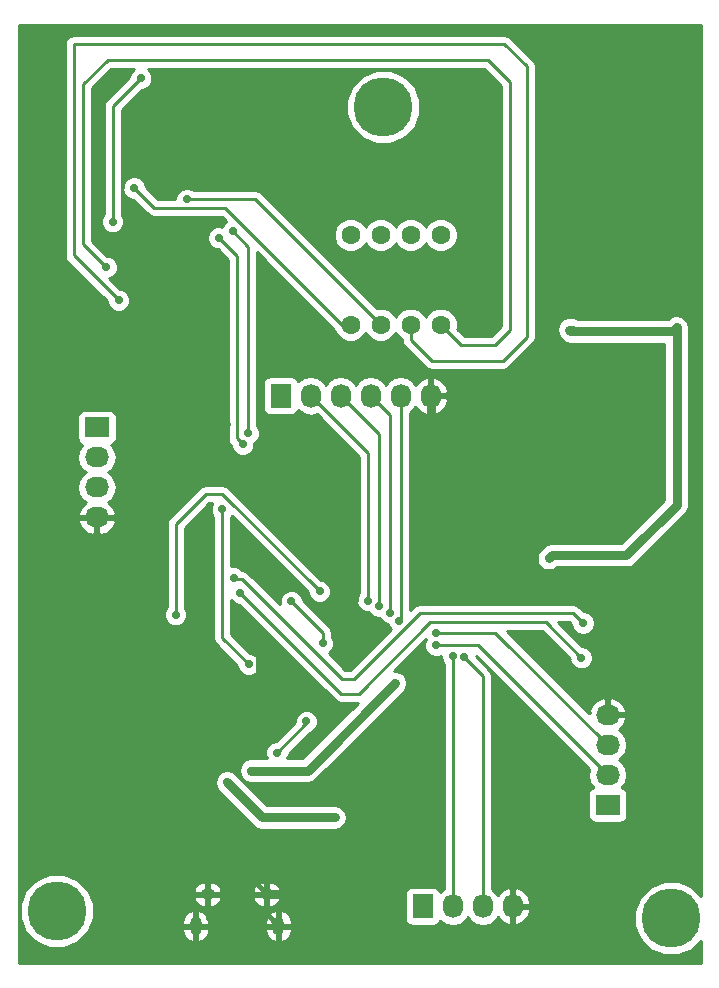
<source format=gbr>
G04 #@! TF.FileFunction,Copper,L2,Bot,Signal*
%FSLAX46Y46*%
G04 Gerber Fmt 4.6, Leading zero omitted, Abs format (unit mm)*
G04 Created by KiCad (PCBNEW (2015-07-31 BZR 6030)-product) date Sat Sep 12 09:45:10 2015*
%MOMM*%
G01*
G04 APERTURE LIST*
%ADD10C,0.100000*%
%ADD11C,5.000000*%
%ADD12O,1.250000X0.950000*%
%ADD13O,1.000000X1.550000*%
%ADD14R,1.727200X2.032000*%
%ADD15O,1.727200X2.032000*%
%ADD16R,2.032000X1.727200*%
%ADD17O,2.032000X1.727200*%
%ADD18C,1.600000*%
%ADD19C,0.700000*%
%ADD20C,0.250000*%
%ADD21C,0.400000*%
%ADD22C,0.800000*%
%ADD23C,0.254000*%
G04 APERTURE END LIST*
D10*
D11*
X92598200Y-50407400D03*
X116982200Y-119089000D03*
D12*
X77733000Y-117057000D03*
X82733000Y-117057000D03*
D13*
X76733000Y-119757000D03*
X83733000Y-119757000D03*
D14*
X83911400Y-74842200D03*
D15*
X86451400Y-74842200D03*
X88991400Y-74842200D03*
X91531400Y-74842200D03*
X94071400Y-74842200D03*
X96611400Y-74842200D03*
D16*
X68366600Y-77534600D03*
D17*
X68366600Y-80074600D03*
X68366600Y-82614600D03*
X68366600Y-85154600D03*
D16*
X111597400Y-109487800D03*
D17*
X111597400Y-106947800D03*
X111597400Y-104407800D03*
X111597400Y-101867800D03*
D14*
X95951000Y-118073000D03*
D15*
X98491000Y-118073000D03*
X101031000Y-118073000D03*
X103571000Y-118073000D03*
D18*
X89855000Y-61237800D03*
X89855000Y-68837800D03*
X92395000Y-61237800D03*
X92395000Y-68837800D03*
X94935000Y-61237800D03*
X94935000Y-68837800D03*
X97475000Y-61237800D03*
X97475000Y-68837800D03*
D11*
X64963000Y-118479400D03*
D19*
X79961000Y-93230000D03*
X100929400Y-83021000D03*
X111343400Y-86373800D03*
X85841800Y-84341800D03*
X90413800Y-93231800D03*
X103113800Y-85205400D03*
X95138200Y-106236600D03*
X79288600Y-77280600D03*
X74513400Y-100480200D03*
X73548200Y-95009800D03*
X81981000Y-95873400D03*
X78742600Y-103679000D03*
X80342600Y-101479000D03*
X82031800Y-101676600D03*
X78729800Y-111553000D03*
X68315800Y-92825400D03*
X63642200Y-87593000D03*
X106619000Y-88609000D03*
X108447800Y-69406600D03*
X117439400Y-69051000D03*
X108701800Y-69325000D03*
X86107800Y-102424800D03*
X83618600Y-105066400D03*
X72075000Y-47969000D03*
X69687400Y-60110200D03*
X88483400Y-110554600D03*
X79390200Y-107592202D03*
X75021400Y-93384200D03*
X87213400Y-91403000D03*
X78983800Y-84443400D03*
X81219000Y-97600600D03*
X81422200Y-106592200D03*
X93614200Y-99175400D03*
X91328200Y-92215800D03*
X92254600Y-92671200D03*
X93207800Y-93231800D03*
X93969800Y-93892200D03*
X97068600Y-95975000D03*
X97068600Y-94908200D03*
X98491000Y-96889400D03*
X99456200Y-96991000D03*
X109514600Y-94095400D03*
X79949000Y-90285400D03*
X80507800Y-91555400D03*
X109362200Y-97041800D03*
X84825800Y-92266600D03*
X87467400Y-95822600D03*
X71516200Y-57265400D03*
X75986600Y-58230600D03*
X70195400Y-66765000D03*
X69128600Y-63971000D03*
X81168200Y-78042600D03*
X79847400Y-60923000D03*
X78679000Y-61481800D03*
X80711000Y-78957000D03*
D20*
X81981000Y-95871600D02*
X81981000Y-95250000D01*
X81981000Y-95250000D02*
X79961000Y-93230000D01*
D21*
X103113800Y-85205400D02*
X110175000Y-85205400D01*
X110175000Y-85205400D02*
X111343400Y-86373800D01*
D20*
X85841800Y-88659800D02*
X85841800Y-84341800D01*
X90413800Y-93231800D02*
X85841800Y-88659800D01*
D22*
X96611400Y-78703000D02*
X96611400Y-74842200D01*
X103113800Y-85205400D02*
X100929400Y-83021000D01*
X100929400Y-83021000D02*
X96611400Y-78703000D01*
X82733000Y-117057000D02*
X90210600Y-117057000D01*
X95138200Y-112129400D02*
X95138200Y-106236600D01*
X90210600Y-117057000D02*
X95138200Y-112129400D01*
X73548200Y-95009800D02*
X73548200Y-82360600D01*
X78628200Y-77280600D02*
X79288600Y-77280600D01*
X73548200Y-82360600D02*
X78628200Y-77280600D01*
X74513400Y-95975000D02*
X73548200Y-95009800D01*
X74513400Y-100480200D02*
X74513400Y-95975000D01*
D20*
X81981000Y-95873400D02*
X81981000Y-95871600D01*
X81981000Y-95871600D02*
X81981000Y-95924200D01*
D21*
X78628200Y-111215000D02*
X78475800Y-111215000D01*
X77815400Y-106744600D02*
X79441000Y-105119000D01*
X77815400Y-110554600D02*
X77815400Y-106744600D01*
X78475800Y-111215000D02*
X77815400Y-110554600D01*
D20*
X78742600Y-103679000D02*
X78742600Y-104420600D01*
X78742600Y-104420600D02*
X79441000Y-105119000D01*
X81981000Y-101625800D02*
X82031800Y-101676600D01*
X81981000Y-100547000D02*
X81981000Y-101625800D01*
X80540200Y-101676600D02*
X82031800Y-101676600D01*
X80540200Y-101676600D02*
X80342600Y-101479000D01*
D21*
X77733000Y-117057000D02*
X77733000Y-119057400D01*
X77733000Y-119057400D02*
X78432600Y-119757000D01*
X76733000Y-119757000D02*
X78432600Y-119757000D01*
X78432600Y-119757000D02*
X81733000Y-119757000D01*
X81733000Y-119757000D02*
X82733000Y-118757000D01*
X82733000Y-117057000D02*
X82733000Y-118757000D01*
X82733000Y-118757000D02*
X83733000Y-119757000D01*
X78628200Y-111215000D02*
X78628200Y-111451400D01*
X78628200Y-111451400D02*
X78729800Y-111553000D01*
X78628200Y-112952200D02*
X82733000Y-117057000D01*
X78628200Y-111215000D02*
X78628200Y-112952200D01*
X81981000Y-102579000D02*
X79441000Y-105119000D01*
X81981000Y-100547000D02*
X81981000Y-102579000D01*
X81981000Y-95924200D02*
X81981000Y-100547000D01*
D22*
X63642200Y-88151800D02*
X68315800Y-92825400D01*
X63642200Y-87593000D02*
X63642200Y-88151800D01*
X117439400Y-84087800D02*
X117439400Y-69051000D01*
X113172200Y-88355000D02*
X117439400Y-84087800D01*
X106873000Y-88355000D02*
X113172200Y-88355000D01*
X106619000Y-88609000D02*
X106873000Y-88355000D01*
X117083800Y-69406600D02*
X108447800Y-69406600D01*
X117439400Y-69051000D02*
X117083800Y-69406600D01*
X108701800Y-69325000D02*
X108631000Y-69254200D01*
X108631000Y-69254200D02*
X108346200Y-69254200D01*
D20*
X86107800Y-102577200D02*
X86107800Y-102424800D01*
X83618600Y-105066400D02*
X86107800Y-102577200D01*
X69687400Y-50356600D02*
X72075000Y-47969000D01*
X69687400Y-60110200D02*
X69687400Y-50356600D01*
D22*
X82352598Y-110554600D02*
X88483400Y-110554600D01*
X79390200Y-107592202D02*
X82352598Y-110554600D01*
D20*
X75021400Y-85713400D02*
X75021400Y-93384200D01*
X77561400Y-83173400D02*
X75021400Y-85713400D01*
X78983800Y-83173400D02*
X77561400Y-83173400D01*
X87213400Y-91403000D02*
X78983800Y-83173400D01*
X78983800Y-95365400D02*
X78983800Y-84443400D01*
X81219000Y-97600600D02*
X78983800Y-95365400D01*
D22*
X81422200Y-106592200D02*
X86197400Y-106592200D01*
X86197400Y-106592200D02*
X93614200Y-99175400D01*
D20*
X86451400Y-74842200D02*
X91328200Y-79719000D01*
X91328200Y-79719000D02*
X91328200Y-92215800D01*
X92254600Y-78105400D02*
X88991400Y-74842200D01*
X92254600Y-92671200D02*
X92254600Y-78105400D01*
X93207800Y-76518600D02*
X91531400Y-74842200D01*
X93207800Y-93231800D02*
X93207800Y-76518600D01*
X94071400Y-93790600D02*
X94071400Y-74842200D01*
X93969800Y-93892200D02*
X94071400Y-93790600D01*
X100624600Y-95975000D02*
X111597400Y-106947800D01*
X97068600Y-95975000D02*
X100624600Y-95975000D01*
X111597400Y-104407800D02*
X102097800Y-94908200D01*
X102097800Y-94908200D02*
X97068600Y-94908200D01*
X98491000Y-96889400D02*
X98491000Y-118073000D01*
X101031000Y-118073000D02*
X101031000Y-98565800D01*
X101031000Y-98565800D02*
X99456200Y-96991000D01*
X108651000Y-93231800D02*
X109514600Y-94095400D01*
X95697000Y-93231800D02*
X108651000Y-93231800D01*
X90109000Y-98819800D02*
X95697000Y-93231800D01*
X89093000Y-98819800D02*
X90109000Y-98819800D01*
X80660200Y-90387000D02*
X89093000Y-98819800D01*
X80050600Y-90387000D02*
X80660200Y-90387000D01*
X79949000Y-90285400D02*
X80050600Y-90387000D01*
X89042200Y-100089800D02*
X80507800Y-91555400D01*
X90515400Y-100089800D02*
X89042200Y-100089800D01*
X96560600Y-94044600D02*
X90515400Y-100089800D01*
X106365000Y-94044600D02*
X96560600Y-94044600D01*
X109362200Y-97041800D02*
X106365000Y-94044600D01*
X87467400Y-94908200D02*
X84825800Y-92266600D01*
X87467400Y-95822600D02*
X87467400Y-94908200D01*
X89855000Y-68837800D02*
X89133800Y-68837800D01*
X89133800Y-68837800D02*
X79237800Y-58941800D01*
X79237800Y-58941800D02*
X73192600Y-58941800D01*
X73192600Y-58941800D02*
X71516200Y-57265400D01*
X92395000Y-68837800D02*
X81787800Y-58230600D01*
X81787800Y-58230600D02*
X75986600Y-58230600D01*
X94935000Y-68837800D02*
X94935000Y-70117800D01*
X94935000Y-70117800D02*
X96713000Y-71895800D01*
X96713000Y-71895800D02*
X102707400Y-71895800D01*
X102707400Y-71895800D02*
X104739400Y-69863800D01*
X104739400Y-69863800D02*
X104739400Y-46953000D01*
X104739400Y-46953000D02*
X102859800Y-45073400D01*
X102859800Y-45073400D02*
X66385400Y-45073400D01*
X66385400Y-45073400D02*
X66385400Y-62955000D01*
X66385400Y-62955000D02*
X70195400Y-66765000D01*
X99212200Y-70575000D02*
X97475000Y-68837800D01*
X102047000Y-70575000D02*
X99212200Y-70575000D01*
X103367800Y-69254200D02*
X102047000Y-70575000D01*
X103367800Y-48324600D02*
X103367800Y-69254200D01*
X101437400Y-46394200D02*
X103367800Y-48324600D01*
X69281000Y-46394200D02*
X101437400Y-46394200D01*
X67198200Y-48477000D02*
X69281000Y-46394200D01*
X67198200Y-62040600D02*
X67198200Y-48477000D01*
X69128600Y-63971000D02*
X67198200Y-62040600D01*
X81168200Y-62243800D02*
X81168200Y-78042600D01*
X79847400Y-60923000D02*
X81168200Y-62243800D01*
X80203000Y-63005800D02*
X78679000Y-61481800D01*
X80203000Y-78449000D02*
X80203000Y-63005800D01*
X80711000Y-78957000D02*
X80203000Y-78449000D01*
D23*
G36*
X119496800Y-43422400D02*
X119496800Y-117170559D01*
X118760353Y-116432826D01*
X117608526Y-115954546D01*
X116361346Y-115953457D01*
X115208685Y-116429727D01*
X114326026Y-117310847D01*
X113847746Y-118462674D01*
X113846657Y-119709854D01*
X114322927Y-120862515D01*
X115204047Y-121745174D01*
X116355874Y-122223454D01*
X117603054Y-122224543D01*
X118755715Y-121748273D01*
X119496800Y-121008480D01*
X119496800Y-122873600D01*
X103930026Y-122873600D01*
X103930026Y-119680358D01*
X103945791Y-119677709D01*
X104473036Y-119423732D01*
X104862954Y-118987320D01*
X105056184Y-118434913D01*
X104911924Y-118200000D01*
X103698000Y-118200000D01*
X103698000Y-117946000D01*
X104911924Y-117946000D01*
X105056184Y-117711087D01*
X104862954Y-117158680D01*
X104473036Y-116722268D01*
X103945791Y-116468291D01*
X103930026Y-116465642D01*
X103698000Y-116586783D01*
X103698000Y-117946000D01*
X103698000Y-118200000D01*
X103698000Y-119559217D01*
X103930026Y-119680358D01*
X103930026Y-122873600D01*
X98491000Y-122873600D01*
X98491000Y-119756345D01*
X99064489Y-119642271D01*
X99550670Y-119317415D01*
X99761000Y-119002634D01*
X99971330Y-119317415D01*
X100457511Y-119642271D01*
X101031000Y-119756345D01*
X101604489Y-119642271D01*
X102090670Y-119317415D01*
X102297461Y-119007931D01*
X102668964Y-119423732D01*
X103196209Y-119677709D01*
X103211974Y-119680358D01*
X103444000Y-119559217D01*
X103444000Y-118200000D01*
X103424000Y-118200000D01*
X103424000Y-117946000D01*
X103444000Y-117946000D01*
X103444000Y-116586783D01*
X103211974Y-116465642D01*
X103196209Y-116468291D01*
X102668964Y-116722268D01*
X102297461Y-117138069D01*
X102090670Y-116828585D01*
X101791000Y-116628352D01*
X101791000Y-98565800D01*
X101733148Y-98274961D01*
X101568401Y-98028399D01*
X100441278Y-96901276D01*
X100441308Y-96866510D01*
X110015019Y-106440221D01*
X109914055Y-106947800D01*
X110028129Y-107521289D01*
X110352985Y-108007470D01*
X110367313Y-108017043D01*
X110346083Y-108021038D01*
X110129959Y-108160110D01*
X109984969Y-108372310D01*
X109933960Y-108624200D01*
X109933960Y-110351400D01*
X109978238Y-110586717D01*
X110117310Y-110802841D01*
X110329510Y-110947831D01*
X110581400Y-110998840D01*
X112613400Y-110998840D01*
X112848717Y-110954562D01*
X113064841Y-110815490D01*
X113209831Y-110603290D01*
X113260840Y-110351400D01*
X113260840Y-108624200D01*
X113216562Y-108388883D01*
X113077490Y-108172759D01*
X112865290Y-108027769D01*
X112823961Y-108019400D01*
X112841815Y-108007470D01*
X113166671Y-107521289D01*
X113280745Y-106947800D01*
X113166671Y-106374311D01*
X112841815Y-105888130D01*
X112527034Y-105677800D01*
X112841815Y-105467470D01*
X113166671Y-104981289D01*
X113280745Y-104407800D01*
X113166671Y-103834311D01*
X112841815Y-103348130D01*
X112532331Y-103141339D01*
X112948132Y-102769836D01*
X113202109Y-102242591D01*
X113204758Y-102226826D01*
X113083617Y-101994800D01*
X111724400Y-101994800D01*
X111724400Y-101740800D01*
X113083617Y-101740800D01*
X113204758Y-101508774D01*
X113202109Y-101493009D01*
X112948132Y-100965764D01*
X112511720Y-100575846D01*
X111959313Y-100382616D01*
X111724400Y-100526876D01*
X111724400Y-101740800D01*
X111724400Y-101994800D01*
X111724400Y-102014800D01*
X111470400Y-102014800D01*
X111470400Y-101994800D01*
X111450400Y-101994800D01*
X111450400Y-101740800D01*
X111470400Y-101740800D01*
X111470400Y-100526876D01*
X111235487Y-100382616D01*
X110683080Y-100575846D01*
X110246668Y-100965764D01*
X109992691Y-101493009D01*
X109990042Y-101508774D01*
X110111182Y-101740798D01*
X110005200Y-101740798D01*
X103069002Y-94804600D01*
X106050198Y-94804600D01*
X108377122Y-97131524D01*
X108377030Y-97236869D01*
X108526671Y-97599029D01*
X108803514Y-97876355D01*
X109165412Y-98026628D01*
X109557269Y-98026970D01*
X109919429Y-97877329D01*
X110196755Y-97600486D01*
X110347028Y-97238588D01*
X110347370Y-96846731D01*
X110197729Y-96484571D01*
X109920886Y-96207245D01*
X109558988Y-96056972D01*
X109452081Y-96056879D01*
X107387002Y-93991800D01*
X108336198Y-93991800D01*
X108529522Y-94185124D01*
X108529430Y-94290469D01*
X108679071Y-94652629D01*
X108955914Y-94929955D01*
X109317812Y-95080228D01*
X109709669Y-95080570D01*
X110071829Y-94930929D01*
X110349155Y-94654086D01*
X110499428Y-94292188D01*
X110499770Y-93900331D01*
X110350129Y-93538171D01*
X110073286Y-93260845D01*
X109711388Y-93110572D01*
X109604481Y-93110479D01*
X109188401Y-92694399D01*
X108941839Y-92529652D01*
X108651000Y-92471800D01*
X106619000Y-92471800D01*
X106619000Y-89644001D01*
X107015077Y-89565215D01*
X107277306Y-89390000D01*
X113172195Y-89390000D01*
X113172200Y-89390001D01*
X113568277Y-89311215D01*
X113904056Y-89086856D01*
X118171253Y-84819658D01*
X118171256Y-84819656D01*
X118274929Y-84664497D01*
X118395615Y-84483877D01*
X118474401Y-84087800D01*
X118474400Y-84087795D01*
X118474400Y-69051000D01*
X118395615Y-68654923D01*
X118171256Y-68319144D01*
X117835477Y-68094785D01*
X117439400Y-68016000D01*
X117242612Y-68055144D01*
X117043322Y-68094785D01*
X116880714Y-68203436D01*
X116707544Y-68319144D01*
X116707542Y-68319147D01*
X116655089Y-68371600D01*
X109137250Y-68371600D01*
X109027078Y-68297985D01*
X108631000Y-68219200D01*
X108346200Y-68219200D01*
X107950123Y-68297985D01*
X107614344Y-68522344D01*
X107389985Y-68858123D01*
X107311200Y-69254200D01*
X107389985Y-69650277D01*
X107491488Y-69802187D01*
X107491585Y-69802677D01*
X107715944Y-70138456D01*
X108051723Y-70362815D01*
X108447800Y-70441600D01*
X116404400Y-70441600D01*
X116404400Y-83659089D01*
X112743488Y-87320000D01*
X106873005Y-87320000D01*
X106873000Y-87319999D01*
X106476922Y-87398785D01*
X106342429Y-87488651D01*
X106141144Y-87623144D01*
X106141142Y-87623147D01*
X105887144Y-87877144D01*
X105662785Y-88212923D01*
X105583999Y-88609000D01*
X105662785Y-89005077D01*
X105887144Y-89340856D01*
X106222923Y-89565215D01*
X106619000Y-89644001D01*
X106619000Y-92471800D01*
X96970426Y-92471800D01*
X96970426Y-76449558D01*
X96986191Y-76446909D01*
X97513436Y-76192932D01*
X97903354Y-75756520D01*
X98096584Y-75204113D01*
X97952324Y-74969200D01*
X96738400Y-74969200D01*
X96738400Y-74715200D01*
X97952324Y-74715200D01*
X98096584Y-74480287D01*
X97903354Y-73927880D01*
X97513436Y-73491468D01*
X96986191Y-73237491D01*
X96970426Y-73234842D01*
X96738400Y-73355983D01*
X96738400Y-74715200D01*
X96738400Y-74969200D01*
X96738400Y-76328417D01*
X96970426Y-76449558D01*
X96970426Y-92471800D01*
X95697000Y-92471800D01*
X95406161Y-92529652D01*
X95406160Y-92529652D01*
X95159599Y-92694399D01*
X94831400Y-93022598D01*
X94831400Y-76286848D01*
X95131070Y-76086615D01*
X95337861Y-75777131D01*
X95709364Y-76192932D01*
X96236609Y-76446909D01*
X96252374Y-76449558D01*
X96484400Y-76328417D01*
X96484400Y-74969200D01*
X96464400Y-74969200D01*
X96464400Y-74715200D01*
X96484400Y-74715200D01*
X96484400Y-73355983D01*
X96252374Y-73234842D01*
X96236609Y-73237491D01*
X95709364Y-73491468D01*
X95337861Y-73907269D01*
X95131070Y-73597785D01*
X94644889Y-73272929D01*
X94071400Y-73158855D01*
X93497911Y-73272929D01*
X93011730Y-73597785D01*
X92801400Y-73912566D01*
X92591070Y-73597785D01*
X92104889Y-73272929D01*
X91531400Y-73158855D01*
X90957911Y-73272929D01*
X90471730Y-73597785D01*
X90261400Y-73912566D01*
X90051070Y-73597785D01*
X89564889Y-73272929D01*
X88991400Y-73158855D01*
X88417911Y-73272929D01*
X87931730Y-73597785D01*
X87721400Y-73912566D01*
X87511070Y-73597785D01*
X87024889Y-73272929D01*
X86451400Y-73158855D01*
X85877911Y-73272929D01*
X85391730Y-73597785D01*
X85382157Y-73612113D01*
X85378162Y-73590883D01*
X85239090Y-73374759D01*
X85026890Y-73229769D01*
X84775000Y-73178760D01*
X83047800Y-73178760D01*
X82812483Y-73223038D01*
X82596359Y-73362110D01*
X82451369Y-73574310D01*
X82400360Y-73826200D01*
X82400360Y-75858200D01*
X82444638Y-76093517D01*
X82583710Y-76309641D01*
X82795910Y-76454631D01*
X83047800Y-76505640D01*
X84775000Y-76505640D01*
X85010317Y-76461362D01*
X85226441Y-76322290D01*
X85371431Y-76110090D01*
X85379800Y-76068761D01*
X85391730Y-76086615D01*
X85877911Y-76411471D01*
X86451400Y-76525545D01*
X86958979Y-76424581D01*
X90568200Y-80033802D01*
X90568200Y-91582689D01*
X90493645Y-91657114D01*
X90343372Y-92019012D01*
X90343030Y-92410869D01*
X90492671Y-92773029D01*
X90769514Y-93050355D01*
X91131412Y-93200628D01*
X91407684Y-93200869D01*
X91419071Y-93228429D01*
X91695914Y-93505755D01*
X92057812Y-93656028D01*
X92317410Y-93656255D01*
X92372271Y-93789029D01*
X92649114Y-94066355D01*
X93011012Y-94216628D01*
X93038090Y-94216652D01*
X93134271Y-94449429D01*
X93269302Y-94584696D01*
X89794198Y-98059800D01*
X89407802Y-98059800D01*
X88011539Y-96663537D01*
X88024629Y-96658129D01*
X88301955Y-96381286D01*
X88452228Y-96019388D01*
X88452570Y-95627531D01*
X88302929Y-95265371D01*
X88227400Y-95189710D01*
X88227400Y-94908200D01*
X88169548Y-94617361D01*
X88004801Y-94370799D01*
X85810878Y-92176876D01*
X85810970Y-92071531D01*
X85661329Y-91709371D01*
X85384486Y-91432045D01*
X85022588Y-91281772D01*
X84630731Y-91281430D01*
X84268571Y-91431071D01*
X83991245Y-91707914D01*
X83840972Y-92069812D01*
X83840630Y-92461669D01*
X83862429Y-92514427D01*
X81197601Y-89849599D01*
X80951039Y-89684852D01*
X80689316Y-89632792D01*
X80507686Y-89450845D01*
X80145788Y-89300572D01*
X79753931Y-89300230D01*
X79743800Y-89304416D01*
X79743800Y-85076511D01*
X79777984Y-85042386D01*
X86228322Y-91492724D01*
X86228230Y-91598069D01*
X86377871Y-91960229D01*
X86654714Y-92237555D01*
X87016612Y-92387828D01*
X87408469Y-92388170D01*
X87770629Y-92238529D01*
X88047955Y-91961686D01*
X88198228Y-91599788D01*
X88198570Y-91207931D01*
X88048929Y-90845771D01*
X87772086Y-90568445D01*
X87410188Y-90418172D01*
X87303281Y-90418079D01*
X80906069Y-84020867D01*
X80906069Y-79942170D01*
X81268229Y-79792529D01*
X81545555Y-79515686D01*
X81695828Y-79153788D01*
X81696058Y-78890265D01*
X81725429Y-78878129D01*
X82002755Y-78601286D01*
X82153028Y-78239388D01*
X82153370Y-77847531D01*
X82003729Y-77485371D01*
X81928200Y-77409710D01*
X81928200Y-62707002D01*
X88473665Y-69252467D01*
X88637757Y-69649600D01*
X89041077Y-70053624D01*
X89568309Y-70272550D01*
X90139187Y-70273048D01*
X90666800Y-70055043D01*
X91070824Y-69651723D01*
X91124862Y-69521585D01*
X91177757Y-69649600D01*
X91581077Y-70053624D01*
X92108309Y-70272550D01*
X92679187Y-70273048D01*
X93206800Y-70055043D01*
X93610824Y-69651723D01*
X93664862Y-69521585D01*
X93717757Y-69649600D01*
X94121077Y-70053624D01*
X94175000Y-70076015D01*
X94175000Y-70117800D01*
X94232852Y-70408639D01*
X94397599Y-70655201D01*
X96175599Y-72433201D01*
X96422161Y-72597948D01*
X96713000Y-72655800D01*
X102707400Y-72655800D01*
X102998239Y-72597948D01*
X103244801Y-72433201D01*
X105276801Y-70401201D01*
X105441548Y-70154639D01*
X105499400Y-69863800D01*
X105499400Y-46953000D01*
X105441548Y-46662161D01*
X105276801Y-46415599D01*
X103397201Y-44535999D01*
X103150639Y-44371252D01*
X102859800Y-44313400D01*
X66385400Y-44313400D01*
X66094561Y-44371252D01*
X65847999Y-44535999D01*
X65683252Y-44782561D01*
X65625400Y-45073400D01*
X65625400Y-62955000D01*
X65683252Y-63245839D01*
X65847999Y-63492401D01*
X69210322Y-66854724D01*
X69210230Y-66960069D01*
X69359871Y-67322229D01*
X69636714Y-67599555D01*
X69998612Y-67749828D01*
X70390469Y-67750170D01*
X70752629Y-67600529D01*
X71029955Y-67323686D01*
X71180228Y-66961788D01*
X71180570Y-66569931D01*
X71030929Y-66207771D01*
X70754086Y-65930445D01*
X70392188Y-65780172D01*
X70285281Y-65780079D01*
X69421110Y-64915908D01*
X69685829Y-64806529D01*
X69963155Y-64529686D01*
X70113428Y-64167788D01*
X70113770Y-63775931D01*
X69964129Y-63413771D01*
X69687286Y-63136445D01*
X69325388Y-62986172D01*
X69218481Y-62986079D01*
X67958200Y-61725798D01*
X67958200Y-48791802D01*
X69595802Y-47154200D01*
X71497006Y-47154200D01*
X71240445Y-47410314D01*
X71090172Y-47772212D01*
X71090079Y-47879119D01*
X69149999Y-49819199D01*
X68985252Y-50065761D01*
X68927400Y-50356600D01*
X68927400Y-59477089D01*
X68852845Y-59551514D01*
X68702572Y-59913412D01*
X68702230Y-60305269D01*
X68851871Y-60667429D01*
X69128714Y-60944755D01*
X69490612Y-61095028D01*
X69882469Y-61095370D01*
X70244629Y-60945729D01*
X70521955Y-60668886D01*
X70672228Y-60306988D01*
X70672570Y-59915131D01*
X70522929Y-59552971D01*
X70447400Y-59477310D01*
X70447400Y-50671402D01*
X72164724Y-48954078D01*
X72270069Y-48954170D01*
X72632229Y-48804529D01*
X72909555Y-48527686D01*
X73059828Y-48165788D01*
X73060170Y-47773931D01*
X72910529Y-47411771D01*
X72653407Y-47154200D01*
X101122598Y-47154200D01*
X102607800Y-48639402D01*
X102607800Y-68939398D01*
X101732198Y-69815000D01*
X99527002Y-69815000D01*
X98888256Y-69176254D01*
X98909750Y-69124491D01*
X98910248Y-68553613D01*
X98692243Y-68026000D01*
X98288923Y-67621976D01*
X97761691Y-67403050D01*
X97190813Y-67402552D01*
X96663200Y-67620557D01*
X96259176Y-68023877D01*
X96205138Y-68154015D01*
X96152243Y-68026000D01*
X95748923Y-67621976D01*
X95221691Y-67403050D01*
X94650813Y-67402552D01*
X94123200Y-67620557D01*
X93719176Y-68023877D01*
X93665138Y-68154015D01*
X93612243Y-68026000D01*
X93208923Y-67621976D01*
X92681691Y-67403050D01*
X92110813Y-67402552D01*
X92056851Y-67424849D01*
X90139187Y-65507185D01*
X90139187Y-62673048D01*
X90666800Y-62455043D01*
X91070824Y-62051723D01*
X91124862Y-61921585D01*
X91177757Y-62049600D01*
X91581077Y-62453624D01*
X92108309Y-62672550D01*
X92679187Y-62673048D01*
X93206800Y-62455043D01*
X93610824Y-62051723D01*
X93664862Y-61921585D01*
X93717757Y-62049600D01*
X94121077Y-62453624D01*
X94648309Y-62672550D01*
X95219187Y-62673048D01*
X95746800Y-62455043D01*
X96150824Y-62051723D01*
X96204862Y-61921585D01*
X96257757Y-62049600D01*
X96661077Y-62453624D01*
X97188309Y-62672550D01*
X97759187Y-62673048D01*
X98286800Y-62455043D01*
X98690824Y-62051723D01*
X98909750Y-61524491D01*
X98910248Y-60953613D01*
X98692243Y-60426000D01*
X98288923Y-60021976D01*
X97761691Y-59803050D01*
X97190813Y-59802552D01*
X96663200Y-60020557D01*
X96259176Y-60423877D01*
X96205138Y-60554015D01*
X96152243Y-60426000D01*
X95748923Y-60021976D01*
X95221691Y-59803050D01*
X94650813Y-59802552D01*
X94123200Y-60020557D01*
X93719176Y-60423877D01*
X93665138Y-60554015D01*
X93612243Y-60426000D01*
X93219054Y-60032125D01*
X93219054Y-53542943D01*
X94371715Y-53066673D01*
X95254374Y-52185553D01*
X95732654Y-51033726D01*
X95733743Y-49786546D01*
X95257473Y-48633885D01*
X94376353Y-47751226D01*
X93224526Y-47272946D01*
X91977346Y-47271857D01*
X90824685Y-47748127D01*
X89942026Y-48629247D01*
X89463746Y-49781074D01*
X89462657Y-51028254D01*
X89938927Y-52180915D01*
X90820047Y-53063574D01*
X91971874Y-53541854D01*
X93219054Y-53542943D01*
X93219054Y-60032125D01*
X93208923Y-60021976D01*
X92681691Y-59803050D01*
X92110813Y-59802552D01*
X91583200Y-60020557D01*
X91179176Y-60423877D01*
X91125138Y-60554015D01*
X91072243Y-60426000D01*
X90668923Y-60021976D01*
X90141691Y-59803050D01*
X89570813Y-59802552D01*
X89043200Y-60020557D01*
X88639176Y-60423877D01*
X88420250Y-60951109D01*
X88419752Y-61521987D01*
X88637757Y-62049600D01*
X89041077Y-62453624D01*
X89568309Y-62672550D01*
X90139187Y-62673048D01*
X90139187Y-65507185D01*
X82325201Y-57693199D01*
X82078639Y-57528452D01*
X81787800Y-57470600D01*
X76619711Y-57470600D01*
X76545286Y-57396045D01*
X76183388Y-57245772D01*
X75791531Y-57245430D01*
X75429371Y-57395071D01*
X75152045Y-57671914D01*
X75001772Y-58033812D01*
X75001643Y-58181800D01*
X73507402Y-58181800D01*
X72501278Y-57175676D01*
X72501370Y-57070331D01*
X72351729Y-56708171D01*
X72074886Y-56430845D01*
X71712988Y-56280572D01*
X71321131Y-56280230D01*
X70958971Y-56429871D01*
X70681645Y-56706714D01*
X70531372Y-57068612D01*
X70531030Y-57460469D01*
X70680671Y-57822629D01*
X70957514Y-58099955D01*
X71319412Y-58250228D01*
X71426319Y-58250321D01*
X72655199Y-59479201D01*
X72901761Y-59643948D01*
X73192600Y-59701800D01*
X78922998Y-59701800D01*
X79303261Y-60082063D01*
X79290171Y-60087471D01*
X79012845Y-60364314D01*
X78945705Y-60526004D01*
X78875788Y-60496972D01*
X78483931Y-60496630D01*
X78121771Y-60646271D01*
X77844445Y-60923114D01*
X77694172Y-61285012D01*
X77693830Y-61676869D01*
X77843471Y-62039029D01*
X78120314Y-62316355D01*
X78482212Y-62466628D01*
X78589119Y-62466721D01*
X79443000Y-63320602D01*
X79443000Y-78449000D01*
X79500852Y-78739839D01*
X79664170Y-78984262D01*
X79665599Y-78986401D01*
X79725922Y-79046724D01*
X79725830Y-79152069D01*
X79875471Y-79514229D01*
X80152314Y-79791555D01*
X80514212Y-79941828D01*
X80906069Y-79942170D01*
X80906069Y-84020867D01*
X79521201Y-82635999D01*
X79274639Y-82471252D01*
X78983800Y-82413400D01*
X77561400Y-82413400D01*
X77270561Y-82471252D01*
X77270560Y-82471252D01*
X77023999Y-82635999D01*
X74483999Y-85175999D01*
X74319252Y-85422561D01*
X74261400Y-85713400D01*
X74261400Y-92751089D01*
X74186845Y-92825514D01*
X74036572Y-93187412D01*
X74036230Y-93579269D01*
X74185871Y-93941429D01*
X74462714Y-94218755D01*
X74824612Y-94369028D01*
X75216469Y-94369370D01*
X75578629Y-94219729D01*
X75855955Y-93942886D01*
X76006228Y-93580988D01*
X76006570Y-93189131D01*
X75856929Y-92826971D01*
X75781400Y-92751310D01*
X75781400Y-86028202D01*
X77876202Y-83933400D01*
X78129029Y-83933400D01*
X77998972Y-84246612D01*
X77998630Y-84638469D01*
X78148271Y-85000629D01*
X78223800Y-85076290D01*
X78223800Y-95365400D01*
X78281652Y-95656239D01*
X78446399Y-95902801D01*
X80233922Y-97690324D01*
X80233830Y-97795669D01*
X80383471Y-98157829D01*
X80660314Y-98435155D01*
X81022212Y-98585428D01*
X81414069Y-98585770D01*
X81776229Y-98436129D01*
X82053555Y-98159286D01*
X82203828Y-97797388D01*
X82204170Y-97405531D01*
X82054529Y-97043371D01*
X81777686Y-96766045D01*
X81415788Y-96615772D01*
X81308881Y-96615679D01*
X79743800Y-95050598D01*
X79743800Y-92184283D01*
X79949114Y-92389955D01*
X80311012Y-92540228D01*
X80417919Y-92540321D01*
X88504799Y-100627201D01*
X88751361Y-100791948D01*
X89042200Y-100849800D01*
X90476089Y-100849800D01*
X85768688Y-105557200D01*
X84481344Y-105557200D01*
X84603428Y-105263188D01*
X84603521Y-105156281D01*
X86382900Y-103376902D01*
X86665029Y-103260329D01*
X86942355Y-102983486D01*
X87092628Y-102621588D01*
X87092970Y-102229731D01*
X86943329Y-101867571D01*
X86666486Y-101590245D01*
X86304588Y-101439972D01*
X85912731Y-101439630D01*
X85550571Y-101589271D01*
X85273245Y-101866114D01*
X85122972Y-102228012D01*
X85122746Y-102487452D01*
X83528876Y-104081322D01*
X83423531Y-104081230D01*
X83061371Y-104230871D01*
X82784045Y-104507714D01*
X82633772Y-104869612D01*
X82633430Y-105261469D01*
X82755623Y-105557200D01*
X81422200Y-105557200D01*
X81026123Y-105635985D01*
X80690344Y-105860344D01*
X80465985Y-106196123D01*
X80387200Y-106592200D01*
X80465985Y-106988277D01*
X80690344Y-107324056D01*
X81026123Y-107548415D01*
X81422200Y-107627200D01*
X86197395Y-107627200D01*
X86197400Y-107627201D01*
X86593477Y-107548415D01*
X86929256Y-107324056D01*
X94346055Y-99907256D01*
X94570415Y-99571477D01*
X94649201Y-99175400D01*
X94570415Y-98779323D01*
X94346055Y-98443545D01*
X94010277Y-98219185D01*
X93614200Y-98140399D01*
X93521080Y-98158922D01*
X96212996Y-95467006D01*
X96083772Y-95778212D01*
X96083430Y-96170069D01*
X96233071Y-96532229D01*
X96509914Y-96809555D01*
X96871812Y-96959828D01*
X97263669Y-96960170D01*
X97506026Y-96860030D01*
X97505830Y-97084469D01*
X97655471Y-97446629D01*
X97731000Y-97522290D01*
X97731000Y-116628352D01*
X97431330Y-116828585D01*
X97421757Y-116842913D01*
X97417762Y-116821683D01*
X97278690Y-116605559D01*
X97066490Y-116460569D01*
X96814600Y-116409560D01*
X95087400Y-116409560D01*
X94852083Y-116453838D01*
X94635959Y-116592910D01*
X94490969Y-116805110D01*
X94439960Y-117057000D01*
X94439960Y-119089000D01*
X94484238Y-119324317D01*
X94623310Y-119540441D01*
X94835510Y-119685431D01*
X95087400Y-119736440D01*
X96814600Y-119736440D01*
X97049917Y-119692162D01*
X97266041Y-119553090D01*
X97411031Y-119340890D01*
X97419400Y-119299561D01*
X97431330Y-119317415D01*
X97917511Y-119642271D01*
X98491000Y-119756345D01*
X98491000Y-122873600D01*
X84034874Y-122873600D01*
X84034874Y-121126119D01*
X84445763Y-120924368D01*
X84733002Y-120583678D01*
X84868000Y-120159000D01*
X84868000Y-119884000D01*
X83860000Y-119884000D01*
X83860000Y-119630000D01*
X84868000Y-119630000D01*
X84868000Y-119355000D01*
X84733002Y-118930322D01*
X84445763Y-118589632D01*
X84034874Y-118387881D01*
X83860000Y-118514046D01*
X83860000Y-119630000D01*
X83860000Y-119884000D01*
X83860000Y-120999954D01*
X84034874Y-121126119D01*
X84034874Y-122873600D01*
X83431126Y-122873600D01*
X83431126Y-121126119D01*
X83606000Y-120999954D01*
X83606000Y-119884000D01*
X82598000Y-119884000D01*
X82598000Y-119630000D01*
X83606000Y-119630000D01*
X83606000Y-118514046D01*
X83431126Y-118387881D01*
X83034131Y-118582809D01*
X83034131Y-118158229D01*
X83444049Y-118016568D01*
X83768552Y-117728821D01*
X83952268Y-117354938D01*
X83825734Y-117184000D01*
X82860000Y-117184000D01*
X82860000Y-116930000D01*
X83825734Y-116930000D01*
X83952268Y-116759062D01*
X83768552Y-116385179D01*
X83444049Y-116097432D01*
X83034131Y-115955771D01*
X82860000Y-116104437D01*
X82860000Y-116930000D01*
X82860000Y-117184000D01*
X82860000Y-118009563D01*
X83034131Y-118158229D01*
X83034131Y-118582809D01*
X83020237Y-118589632D01*
X82732998Y-118930322D01*
X82598000Y-119355000D01*
X82598000Y-119630000D01*
X82598000Y-119884000D01*
X82598000Y-120159000D01*
X82732998Y-120583678D01*
X83020237Y-120924368D01*
X83431126Y-121126119D01*
X83431126Y-122873600D01*
X82431869Y-122873600D01*
X82431869Y-118158229D01*
X82606000Y-118009563D01*
X82606000Y-117184000D01*
X81640266Y-117184000D01*
X81640266Y-116930000D01*
X82606000Y-116930000D01*
X82606000Y-116104437D01*
X82431869Y-115955771D01*
X82352598Y-115983165D01*
X82352598Y-111589601D01*
X82352603Y-111589600D01*
X88483400Y-111589600D01*
X88879477Y-111510815D01*
X89215256Y-111286456D01*
X89439615Y-110950677D01*
X89518400Y-110554600D01*
X89439615Y-110158523D01*
X89215256Y-109822744D01*
X88879477Y-109598385D01*
X88483400Y-109519600D01*
X82781310Y-109519600D01*
X80122056Y-106860347D01*
X79786278Y-106635987D01*
X79390200Y-106557202D01*
X78994123Y-106635987D01*
X78658345Y-106860347D01*
X78433985Y-107196125D01*
X78355200Y-107592202D01*
X78433985Y-107988280D01*
X78658345Y-108324058D01*
X81620742Y-111286456D01*
X81956521Y-111510815D01*
X82352598Y-111589601D01*
X82352598Y-115983165D01*
X82021951Y-116097432D01*
X81697448Y-116385179D01*
X81513732Y-116759062D01*
X81640266Y-116930000D01*
X81640266Y-117184000D01*
X81513732Y-117354938D01*
X81697448Y-117728821D01*
X82021951Y-118016568D01*
X82431869Y-118158229D01*
X82431869Y-122873600D01*
X78034131Y-122873600D01*
X78034131Y-118158229D01*
X78444049Y-118016568D01*
X78768552Y-117728821D01*
X78952268Y-117354938D01*
X78825734Y-117184000D01*
X77860000Y-117184000D01*
X77860000Y-116930000D01*
X78825734Y-116930000D01*
X78952268Y-116759062D01*
X78768552Y-116385179D01*
X78444049Y-116097432D01*
X78034131Y-115955771D01*
X77860000Y-116104437D01*
X77860000Y-116930000D01*
X77860000Y-117184000D01*
X77860000Y-118009563D01*
X78034131Y-118158229D01*
X78034131Y-122873600D01*
X77034874Y-122873600D01*
X77034874Y-121126119D01*
X77445763Y-120924368D01*
X77733002Y-120583678D01*
X77868000Y-120159000D01*
X77868000Y-119884000D01*
X76860000Y-119884000D01*
X76860000Y-119630000D01*
X77868000Y-119630000D01*
X77868000Y-119355000D01*
X77733002Y-118930322D01*
X77445763Y-118589632D01*
X77431869Y-118582810D01*
X77431869Y-118158229D01*
X77606000Y-118009563D01*
X77606000Y-117184000D01*
X76640266Y-117184000D01*
X76640266Y-116930000D01*
X77606000Y-116930000D01*
X77606000Y-116104437D01*
X77431869Y-115955771D01*
X77021951Y-116097432D01*
X76697448Y-116385179D01*
X76513732Y-116759062D01*
X76640266Y-116930000D01*
X76640266Y-117184000D01*
X76513732Y-117354938D01*
X76697448Y-117728821D01*
X77021951Y-118016568D01*
X77431869Y-118158229D01*
X77431869Y-118582810D01*
X77034874Y-118387881D01*
X76860000Y-118514046D01*
X76860000Y-119630000D01*
X76860000Y-119884000D01*
X76860000Y-120999954D01*
X77034874Y-121126119D01*
X77034874Y-122873600D01*
X76431126Y-122873600D01*
X76431126Y-121126119D01*
X76606000Y-120999954D01*
X76606000Y-119884000D01*
X75598000Y-119884000D01*
X75598000Y-119630000D01*
X76606000Y-119630000D01*
X76606000Y-118514046D01*
X76431126Y-118387881D01*
X76020237Y-118589632D01*
X75732998Y-118930322D01*
X75598000Y-119355000D01*
X75598000Y-119630000D01*
X75598000Y-119884000D01*
X75598000Y-120159000D01*
X75732998Y-120583678D01*
X76020237Y-120924368D01*
X76431126Y-121126119D01*
X76431126Y-122873600D01*
X68728513Y-122873600D01*
X68728513Y-86639784D01*
X69280920Y-86446554D01*
X69717332Y-86056636D01*
X69971309Y-85529391D01*
X69973958Y-85513626D01*
X69852817Y-85281600D01*
X68493600Y-85281600D01*
X68493600Y-86495524D01*
X68728513Y-86639784D01*
X68728513Y-122873600D01*
X65583854Y-122873600D01*
X65583854Y-121614943D01*
X66736515Y-121138673D01*
X67619174Y-120257553D01*
X68097454Y-119105726D01*
X68098543Y-117858546D01*
X68004687Y-117631398D01*
X68004687Y-86639784D01*
X68239600Y-86495524D01*
X68239600Y-85281600D01*
X66880383Y-85281600D01*
X66880383Y-85027600D01*
X68239600Y-85027600D01*
X68239600Y-85007600D01*
X68493600Y-85007600D01*
X68493600Y-85027600D01*
X69852817Y-85027600D01*
X69973958Y-84795574D01*
X69971309Y-84779809D01*
X69717332Y-84252564D01*
X69301531Y-83881061D01*
X69611015Y-83674270D01*
X69935871Y-83188089D01*
X70049945Y-82614600D01*
X69935871Y-82041111D01*
X69611015Y-81554930D01*
X69296234Y-81344600D01*
X69611015Y-81134270D01*
X69935871Y-80648089D01*
X70049945Y-80074600D01*
X69935871Y-79501111D01*
X69611015Y-79014930D01*
X69596687Y-79005357D01*
X69617917Y-79001362D01*
X69834041Y-78862290D01*
X69979031Y-78650090D01*
X70030040Y-78398200D01*
X70030040Y-76671000D01*
X69985762Y-76435683D01*
X69846690Y-76219559D01*
X69634490Y-76074569D01*
X69382600Y-76023560D01*
X67350600Y-76023560D01*
X67115283Y-76067838D01*
X66899159Y-76206910D01*
X66754169Y-76419110D01*
X66703160Y-76671000D01*
X66703160Y-78398200D01*
X66747438Y-78633517D01*
X66886510Y-78849641D01*
X67098710Y-78994631D01*
X67140039Y-79003000D01*
X67122185Y-79014930D01*
X66797329Y-79501111D01*
X66683255Y-80074600D01*
X66797329Y-80648089D01*
X67122185Y-81134270D01*
X67436966Y-81344600D01*
X67122185Y-81554930D01*
X66797329Y-82041111D01*
X66683255Y-82614600D01*
X66797329Y-83188089D01*
X67122185Y-83674270D01*
X67431669Y-83881061D01*
X67015868Y-84252564D01*
X66761891Y-84779809D01*
X66759242Y-84795574D01*
X66880383Y-85027600D01*
X66880383Y-85281600D01*
X66759242Y-85513626D01*
X66761891Y-85529391D01*
X67015868Y-86056636D01*
X67452280Y-86446554D01*
X68004687Y-86639784D01*
X68004687Y-117631398D01*
X67622273Y-116705885D01*
X66741153Y-115823226D01*
X65589326Y-115344946D01*
X64342146Y-115343857D01*
X63189485Y-115820127D01*
X62306826Y-116701247D01*
X61828546Y-117853074D01*
X61827457Y-119100254D01*
X62303727Y-120252915D01*
X63184847Y-121135574D01*
X64336674Y-121613854D01*
X65583854Y-121614943D01*
X65583854Y-122873600D01*
X61787919Y-122873600D01*
X61737346Y-43422400D01*
X119496800Y-43422400D01*
X119496800Y-43422400D01*
G37*
X119496800Y-43422400D02*
X119496800Y-117170559D01*
X118760353Y-116432826D01*
X117608526Y-115954546D01*
X116361346Y-115953457D01*
X115208685Y-116429727D01*
X114326026Y-117310847D01*
X113847746Y-118462674D01*
X113846657Y-119709854D01*
X114322927Y-120862515D01*
X115204047Y-121745174D01*
X116355874Y-122223454D01*
X117603054Y-122224543D01*
X118755715Y-121748273D01*
X119496800Y-121008480D01*
X119496800Y-122873600D01*
X103930026Y-122873600D01*
X103930026Y-119680358D01*
X103945791Y-119677709D01*
X104473036Y-119423732D01*
X104862954Y-118987320D01*
X105056184Y-118434913D01*
X104911924Y-118200000D01*
X103698000Y-118200000D01*
X103698000Y-117946000D01*
X104911924Y-117946000D01*
X105056184Y-117711087D01*
X104862954Y-117158680D01*
X104473036Y-116722268D01*
X103945791Y-116468291D01*
X103930026Y-116465642D01*
X103698000Y-116586783D01*
X103698000Y-117946000D01*
X103698000Y-118200000D01*
X103698000Y-119559217D01*
X103930026Y-119680358D01*
X103930026Y-122873600D01*
X98491000Y-122873600D01*
X98491000Y-119756345D01*
X99064489Y-119642271D01*
X99550670Y-119317415D01*
X99761000Y-119002634D01*
X99971330Y-119317415D01*
X100457511Y-119642271D01*
X101031000Y-119756345D01*
X101604489Y-119642271D01*
X102090670Y-119317415D01*
X102297461Y-119007931D01*
X102668964Y-119423732D01*
X103196209Y-119677709D01*
X103211974Y-119680358D01*
X103444000Y-119559217D01*
X103444000Y-118200000D01*
X103424000Y-118200000D01*
X103424000Y-117946000D01*
X103444000Y-117946000D01*
X103444000Y-116586783D01*
X103211974Y-116465642D01*
X103196209Y-116468291D01*
X102668964Y-116722268D01*
X102297461Y-117138069D01*
X102090670Y-116828585D01*
X101791000Y-116628352D01*
X101791000Y-98565800D01*
X101733148Y-98274961D01*
X101568401Y-98028399D01*
X100441278Y-96901276D01*
X100441308Y-96866510D01*
X110015019Y-106440221D01*
X109914055Y-106947800D01*
X110028129Y-107521289D01*
X110352985Y-108007470D01*
X110367313Y-108017043D01*
X110346083Y-108021038D01*
X110129959Y-108160110D01*
X109984969Y-108372310D01*
X109933960Y-108624200D01*
X109933960Y-110351400D01*
X109978238Y-110586717D01*
X110117310Y-110802841D01*
X110329510Y-110947831D01*
X110581400Y-110998840D01*
X112613400Y-110998840D01*
X112848717Y-110954562D01*
X113064841Y-110815490D01*
X113209831Y-110603290D01*
X113260840Y-110351400D01*
X113260840Y-108624200D01*
X113216562Y-108388883D01*
X113077490Y-108172759D01*
X112865290Y-108027769D01*
X112823961Y-108019400D01*
X112841815Y-108007470D01*
X113166671Y-107521289D01*
X113280745Y-106947800D01*
X113166671Y-106374311D01*
X112841815Y-105888130D01*
X112527034Y-105677800D01*
X112841815Y-105467470D01*
X113166671Y-104981289D01*
X113280745Y-104407800D01*
X113166671Y-103834311D01*
X112841815Y-103348130D01*
X112532331Y-103141339D01*
X112948132Y-102769836D01*
X113202109Y-102242591D01*
X113204758Y-102226826D01*
X113083617Y-101994800D01*
X111724400Y-101994800D01*
X111724400Y-101740800D01*
X113083617Y-101740800D01*
X113204758Y-101508774D01*
X113202109Y-101493009D01*
X112948132Y-100965764D01*
X112511720Y-100575846D01*
X111959313Y-100382616D01*
X111724400Y-100526876D01*
X111724400Y-101740800D01*
X111724400Y-101994800D01*
X111724400Y-102014800D01*
X111470400Y-102014800D01*
X111470400Y-101994800D01*
X111450400Y-101994800D01*
X111450400Y-101740800D01*
X111470400Y-101740800D01*
X111470400Y-100526876D01*
X111235487Y-100382616D01*
X110683080Y-100575846D01*
X110246668Y-100965764D01*
X109992691Y-101493009D01*
X109990042Y-101508774D01*
X110111182Y-101740798D01*
X110005200Y-101740798D01*
X103069002Y-94804600D01*
X106050198Y-94804600D01*
X108377122Y-97131524D01*
X108377030Y-97236869D01*
X108526671Y-97599029D01*
X108803514Y-97876355D01*
X109165412Y-98026628D01*
X109557269Y-98026970D01*
X109919429Y-97877329D01*
X110196755Y-97600486D01*
X110347028Y-97238588D01*
X110347370Y-96846731D01*
X110197729Y-96484571D01*
X109920886Y-96207245D01*
X109558988Y-96056972D01*
X109452081Y-96056879D01*
X107387002Y-93991800D01*
X108336198Y-93991800D01*
X108529522Y-94185124D01*
X108529430Y-94290469D01*
X108679071Y-94652629D01*
X108955914Y-94929955D01*
X109317812Y-95080228D01*
X109709669Y-95080570D01*
X110071829Y-94930929D01*
X110349155Y-94654086D01*
X110499428Y-94292188D01*
X110499770Y-93900331D01*
X110350129Y-93538171D01*
X110073286Y-93260845D01*
X109711388Y-93110572D01*
X109604481Y-93110479D01*
X109188401Y-92694399D01*
X108941839Y-92529652D01*
X108651000Y-92471800D01*
X106619000Y-92471800D01*
X106619000Y-89644001D01*
X107015077Y-89565215D01*
X107277306Y-89390000D01*
X113172195Y-89390000D01*
X113172200Y-89390001D01*
X113568277Y-89311215D01*
X113904056Y-89086856D01*
X118171253Y-84819658D01*
X118171256Y-84819656D01*
X118274929Y-84664497D01*
X118395615Y-84483877D01*
X118474401Y-84087800D01*
X118474400Y-84087795D01*
X118474400Y-69051000D01*
X118395615Y-68654923D01*
X118171256Y-68319144D01*
X117835477Y-68094785D01*
X117439400Y-68016000D01*
X117242612Y-68055144D01*
X117043322Y-68094785D01*
X116880714Y-68203436D01*
X116707544Y-68319144D01*
X116707542Y-68319147D01*
X116655089Y-68371600D01*
X109137250Y-68371600D01*
X109027078Y-68297985D01*
X108631000Y-68219200D01*
X108346200Y-68219200D01*
X107950123Y-68297985D01*
X107614344Y-68522344D01*
X107389985Y-68858123D01*
X107311200Y-69254200D01*
X107389985Y-69650277D01*
X107491488Y-69802187D01*
X107491585Y-69802677D01*
X107715944Y-70138456D01*
X108051723Y-70362815D01*
X108447800Y-70441600D01*
X116404400Y-70441600D01*
X116404400Y-83659089D01*
X112743488Y-87320000D01*
X106873005Y-87320000D01*
X106873000Y-87319999D01*
X106476922Y-87398785D01*
X106342429Y-87488651D01*
X106141144Y-87623144D01*
X106141142Y-87623147D01*
X105887144Y-87877144D01*
X105662785Y-88212923D01*
X105583999Y-88609000D01*
X105662785Y-89005077D01*
X105887144Y-89340856D01*
X106222923Y-89565215D01*
X106619000Y-89644001D01*
X106619000Y-92471800D01*
X96970426Y-92471800D01*
X96970426Y-76449558D01*
X96986191Y-76446909D01*
X97513436Y-76192932D01*
X97903354Y-75756520D01*
X98096584Y-75204113D01*
X97952324Y-74969200D01*
X96738400Y-74969200D01*
X96738400Y-74715200D01*
X97952324Y-74715200D01*
X98096584Y-74480287D01*
X97903354Y-73927880D01*
X97513436Y-73491468D01*
X96986191Y-73237491D01*
X96970426Y-73234842D01*
X96738400Y-73355983D01*
X96738400Y-74715200D01*
X96738400Y-74969200D01*
X96738400Y-76328417D01*
X96970426Y-76449558D01*
X96970426Y-92471800D01*
X95697000Y-92471800D01*
X95406161Y-92529652D01*
X95406160Y-92529652D01*
X95159599Y-92694399D01*
X94831400Y-93022598D01*
X94831400Y-76286848D01*
X95131070Y-76086615D01*
X95337861Y-75777131D01*
X95709364Y-76192932D01*
X96236609Y-76446909D01*
X96252374Y-76449558D01*
X96484400Y-76328417D01*
X96484400Y-74969200D01*
X96464400Y-74969200D01*
X96464400Y-74715200D01*
X96484400Y-74715200D01*
X96484400Y-73355983D01*
X96252374Y-73234842D01*
X96236609Y-73237491D01*
X95709364Y-73491468D01*
X95337861Y-73907269D01*
X95131070Y-73597785D01*
X94644889Y-73272929D01*
X94071400Y-73158855D01*
X93497911Y-73272929D01*
X93011730Y-73597785D01*
X92801400Y-73912566D01*
X92591070Y-73597785D01*
X92104889Y-73272929D01*
X91531400Y-73158855D01*
X90957911Y-73272929D01*
X90471730Y-73597785D01*
X90261400Y-73912566D01*
X90051070Y-73597785D01*
X89564889Y-73272929D01*
X88991400Y-73158855D01*
X88417911Y-73272929D01*
X87931730Y-73597785D01*
X87721400Y-73912566D01*
X87511070Y-73597785D01*
X87024889Y-73272929D01*
X86451400Y-73158855D01*
X85877911Y-73272929D01*
X85391730Y-73597785D01*
X85382157Y-73612113D01*
X85378162Y-73590883D01*
X85239090Y-73374759D01*
X85026890Y-73229769D01*
X84775000Y-73178760D01*
X83047800Y-73178760D01*
X82812483Y-73223038D01*
X82596359Y-73362110D01*
X82451369Y-73574310D01*
X82400360Y-73826200D01*
X82400360Y-75858200D01*
X82444638Y-76093517D01*
X82583710Y-76309641D01*
X82795910Y-76454631D01*
X83047800Y-76505640D01*
X84775000Y-76505640D01*
X85010317Y-76461362D01*
X85226441Y-76322290D01*
X85371431Y-76110090D01*
X85379800Y-76068761D01*
X85391730Y-76086615D01*
X85877911Y-76411471D01*
X86451400Y-76525545D01*
X86958979Y-76424581D01*
X90568200Y-80033802D01*
X90568200Y-91582689D01*
X90493645Y-91657114D01*
X90343372Y-92019012D01*
X90343030Y-92410869D01*
X90492671Y-92773029D01*
X90769514Y-93050355D01*
X91131412Y-93200628D01*
X91407684Y-93200869D01*
X91419071Y-93228429D01*
X91695914Y-93505755D01*
X92057812Y-93656028D01*
X92317410Y-93656255D01*
X92372271Y-93789029D01*
X92649114Y-94066355D01*
X93011012Y-94216628D01*
X93038090Y-94216652D01*
X93134271Y-94449429D01*
X93269302Y-94584696D01*
X89794198Y-98059800D01*
X89407802Y-98059800D01*
X88011539Y-96663537D01*
X88024629Y-96658129D01*
X88301955Y-96381286D01*
X88452228Y-96019388D01*
X88452570Y-95627531D01*
X88302929Y-95265371D01*
X88227400Y-95189710D01*
X88227400Y-94908200D01*
X88169548Y-94617361D01*
X88004801Y-94370799D01*
X85810878Y-92176876D01*
X85810970Y-92071531D01*
X85661329Y-91709371D01*
X85384486Y-91432045D01*
X85022588Y-91281772D01*
X84630731Y-91281430D01*
X84268571Y-91431071D01*
X83991245Y-91707914D01*
X83840972Y-92069812D01*
X83840630Y-92461669D01*
X83862429Y-92514427D01*
X81197601Y-89849599D01*
X80951039Y-89684852D01*
X80689316Y-89632792D01*
X80507686Y-89450845D01*
X80145788Y-89300572D01*
X79753931Y-89300230D01*
X79743800Y-89304416D01*
X79743800Y-85076511D01*
X79777984Y-85042386D01*
X86228322Y-91492724D01*
X86228230Y-91598069D01*
X86377871Y-91960229D01*
X86654714Y-92237555D01*
X87016612Y-92387828D01*
X87408469Y-92388170D01*
X87770629Y-92238529D01*
X88047955Y-91961686D01*
X88198228Y-91599788D01*
X88198570Y-91207931D01*
X88048929Y-90845771D01*
X87772086Y-90568445D01*
X87410188Y-90418172D01*
X87303281Y-90418079D01*
X80906069Y-84020867D01*
X80906069Y-79942170D01*
X81268229Y-79792529D01*
X81545555Y-79515686D01*
X81695828Y-79153788D01*
X81696058Y-78890265D01*
X81725429Y-78878129D01*
X82002755Y-78601286D01*
X82153028Y-78239388D01*
X82153370Y-77847531D01*
X82003729Y-77485371D01*
X81928200Y-77409710D01*
X81928200Y-62707002D01*
X88473665Y-69252467D01*
X88637757Y-69649600D01*
X89041077Y-70053624D01*
X89568309Y-70272550D01*
X90139187Y-70273048D01*
X90666800Y-70055043D01*
X91070824Y-69651723D01*
X91124862Y-69521585D01*
X91177757Y-69649600D01*
X91581077Y-70053624D01*
X92108309Y-70272550D01*
X92679187Y-70273048D01*
X93206800Y-70055043D01*
X93610824Y-69651723D01*
X93664862Y-69521585D01*
X93717757Y-69649600D01*
X94121077Y-70053624D01*
X94175000Y-70076015D01*
X94175000Y-70117800D01*
X94232852Y-70408639D01*
X94397599Y-70655201D01*
X96175599Y-72433201D01*
X96422161Y-72597948D01*
X96713000Y-72655800D01*
X102707400Y-72655800D01*
X102998239Y-72597948D01*
X103244801Y-72433201D01*
X105276801Y-70401201D01*
X105441548Y-70154639D01*
X105499400Y-69863800D01*
X105499400Y-46953000D01*
X105441548Y-46662161D01*
X105276801Y-46415599D01*
X103397201Y-44535999D01*
X103150639Y-44371252D01*
X102859800Y-44313400D01*
X66385400Y-44313400D01*
X66094561Y-44371252D01*
X65847999Y-44535999D01*
X65683252Y-44782561D01*
X65625400Y-45073400D01*
X65625400Y-62955000D01*
X65683252Y-63245839D01*
X65847999Y-63492401D01*
X69210322Y-66854724D01*
X69210230Y-66960069D01*
X69359871Y-67322229D01*
X69636714Y-67599555D01*
X69998612Y-67749828D01*
X70390469Y-67750170D01*
X70752629Y-67600529D01*
X71029955Y-67323686D01*
X71180228Y-66961788D01*
X71180570Y-66569931D01*
X71030929Y-66207771D01*
X70754086Y-65930445D01*
X70392188Y-65780172D01*
X70285281Y-65780079D01*
X69421110Y-64915908D01*
X69685829Y-64806529D01*
X69963155Y-64529686D01*
X70113428Y-64167788D01*
X70113770Y-63775931D01*
X69964129Y-63413771D01*
X69687286Y-63136445D01*
X69325388Y-62986172D01*
X69218481Y-62986079D01*
X67958200Y-61725798D01*
X67958200Y-48791802D01*
X69595802Y-47154200D01*
X71497006Y-47154200D01*
X71240445Y-47410314D01*
X71090172Y-47772212D01*
X71090079Y-47879119D01*
X69149999Y-49819199D01*
X68985252Y-50065761D01*
X68927400Y-50356600D01*
X68927400Y-59477089D01*
X68852845Y-59551514D01*
X68702572Y-59913412D01*
X68702230Y-60305269D01*
X68851871Y-60667429D01*
X69128714Y-60944755D01*
X69490612Y-61095028D01*
X69882469Y-61095370D01*
X70244629Y-60945729D01*
X70521955Y-60668886D01*
X70672228Y-60306988D01*
X70672570Y-59915131D01*
X70522929Y-59552971D01*
X70447400Y-59477310D01*
X70447400Y-50671402D01*
X72164724Y-48954078D01*
X72270069Y-48954170D01*
X72632229Y-48804529D01*
X72909555Y-48527686D01*
X73059828Y-48165788D01*
X73060170Y-47773931D01*
X72910529Y-47411771D01*
X72653407Y-47154200D01*
X101122598Y-47154200D01*
X102607800Y-48639402D01*
X102607800Y-68939398D01*
X101732198Y-69815000D01*
X99527002Y-69815000D01*
X98888256Y-69176254D01*
X98909750Y-69124491D01*
X98910248Y-68553613D01*
X98692243Y-68026000D01*
X98288923Y-67621976D01*
X97761691Y-67403050D01*
X97190813Y-67402552D01*
X96663200Y-67620557D01*
X96259176Y-68023877D01*
X96205138Y-68154015D01*
X96152243Y-68026000D01*
X95748923Y-67621976D01*
X95221691Y-67403050D01*
X94650813Y-67402552D01*
X94123200Y-67620557D01*
X93719176Y-68023877D01*
X93665138Y-68154015D01*
X93612243Y-68026000D01*
X93208923Y-67621976D01*
X92681691Y-67403050D01*
X92110813Y-67402552D01*
X92056851Y-67424849D01*
X90139187Y-65507185D01*
X90139187Y-62673048D01*
X90666800Y-62455043D01*
X91070824Y-62051723D01*
X91124862Y-61921585D01*
X91177757Y-62049600D01*
X91581077Y-62453624D01*
X92108309Y-62672550D01*
X92679187Y-62673048D01*
X93206800Y-62455043D01*
X93610824Y-62051723D01*
X93664862Y-61921585D01*
X93717757Y-62049600D01*
X94121077Y-62453624D01*
X94648309Y-62672550D01*
X95219187Y-62673048D01*
X95746800Y-62455043D01*
X96150824Y-62051723D01*
X96204862Y-61921585D01*
X96257757Y-62049600D01*
X96661077Y-62453624D01*
X97188309Y-62672550D01*
X97759187Y-62673048D01*
X98286800Y-62455043D01*
X98690824Y-62051723D01*
X98909750Y-61524491D01*
X98910248Y-60953613D01*
X98692243Y-60426000D01*
X98288923Y-60021976D01*
X97761691Y-59803050D01*
X97190813Y-59802552D01*
X96663200Y-60020557D01*
X96259176Y-60423877D01*
X96205138Y-60554015D01*
X96152243Y-60426000D01*
X95748923Y-60021976D01*
X95221691Y-59803050D01*
X94650813Y-59802552D01*
X94123200Y-60020557D01*
X93719176Y-60423877D01*
X93665138Y-60554015D01*
X93612243Y-60426000D01*
X93219054Y-60032125D01*
X93219054Y-53542943D01*
X94371715Y-53066673D01*
X95254374Y-52185553D01*
X95732654Y-51033726D01*
X95733743Y-49786546D01*
X95257473Y-48633885D01*
X94376353Y-47751226D01*
X93224526Y-47272946D01*
X91977346Y-47271857D01*
X90824685Y-47748127D01*
X89942026Y-48629247D01*
X89463746Y-49781074D01*
X89462657Y-51028254D01*
X89938927Y-52180915D01*
X90820047Y-53063574D01*
X91971874Y-53541854D01*
X93219054Y-53542943D01*
X93219054Y-60032125D01*
X93208923Y-60021976D01*
X92681691Y-59803050D01*
X92110813Y-59802552D01*
X91583200Y-60020557D01*
X91179176Y-60423877D01*
X91125138Y-60554015D01*
X91072243Y-60426000D01*
X90668923Y-60021976D01*
X90141691Y-59803050D01*
X89570813Y-59802552D01*
X89043200Y-60020557D01*
X88639176Y-60423877D01*
X88420250Y-60951109D01*
X88419752Y-61521987D01*
X88637757Y-62049600D01*
X89041077Y-62453624D01*
X89568309Y-62672550D01*
X90139187Y-62673048D01*
X90139187Y-65507185D01*
X82325201Y-57693199D01*
X82078639Y-57528452D01*
X81787800Y-57470600D01*
X76619711Y-57470600D01*
X76545286Y-57396045D01*
X76183388Y-57245772D01*
X75791531Y-57245430D01*
X75429371Y-57395071D01*
X75152045Y-57671914D01*
X75001772Y-58033812D01*
X75001643Y-58181800D01*
X73507402Y-58181800D01*
X72501278Y-57175676D01*
X72501370Y-57070331D01*
X72351729Y-56708171D01*
X72074886Y-56430845D01*
X71712988Y-56280572D01*
X71321131Y-56280230D01*
X70958971Y-56429871D01*
X70681645Y-56706714D01*
X70531372Y-57068612D01*
X70531030Y-57460469D01*
X70680671Y-57822629D01*
X70957514Y-58099955D01*
X71319412Y-58250228D01*
X71426319Y-58250321D01*
X72655199Y-59479201D01*
X72901761Y-59643948D01*
X73192600Y-59701800D01*
X78922998Y-59701800D01*
X79303261Y-60082063D01*
X79290171Y-60087471D01*
X79012845Y-60364314D01*
X78945705Y-60526004D01*
X78875788Y-60496972D01*
X78483931Y-60496630D01*
X78121771Y-60646271D01*
X77844445Y-60923114D01*
X77694172Y-61285012D01*
X77693830Y-61676869D01*
X77843471Y-62039029D01*
X78120314Y-62316355D01*
X78482212Y-62466628D01*
X78589119Y-62466721D01*
X79443000Y-63320602D01*
X79443000Y-78449000D01*
X79500852Y-78739839D01*
X79664170Y-78984262D01*
X79665599Y-78986401D01*
X79725922Y-79046724D01*
X79725830Y-79152069D01*
X79875471Y-79514229D01*
X80152314Y-79791555D01*
X80514212Y-79941828D01*
X80906069Y-79942170D01*
X80906069Y-84020867D01*
X79521201Y-82635999D01*
X79274639Y-82471252D01*
X78983800Y-82413400D01*
X77561400Y-82413400D01*
X77270561Y-82471252D01*
X77270560Y-82471252D01*
X77023999Y-82635999D01*
X74483999Y-85175999D01*
X74319252Y-85422561D01*
X74261400Y-85713400D01*
X74261400Y-92751089D01*
X74186845Y-92825514D01*
X74036572Y-93187412D01*
X74036230Y-93579269D01*
X74185871Y-93941429D01*
X74462714Y-94218755D01*
X74824612Y-94369028D01*
X75216469Y-94369370D01*
X75578629Y-94219729D01*
X75855955Y-93942886D01*
X76006228Y-93580988D01*
X76006570Y-93189131D01*
X75856929Y-92826971D01*
X75781400Y-92751310D01*
X75781400Y-86028202D01*
X77876202Y-83933400D01*
X78129029Y-83933400D01*
X77998972Y-84246612D01*
X77998630Y-84638469D01*
X78148271Y-85000629D01*
X78223800Y-85076290D01*
X78223800Y-95365400D01*
X78281652Y-95656239D01*
X78446399Y-95902801D01*
X80233922Y-97690324D01*
X80233830Y-97795669D01*
X80383471Y-98157829D01*
X80660314Y-98435155D01*
X81022212Y-98585428D01*
X81414069Y-98585770D01*
X81776229Y-98436129D01*
X82053555Y-98159286D01*
X82203828Y-97797388D01*
X82204170Y-97405531D01*
X82054529Y-97043371D01*
X81777686Y-96766045D01*
X81415788Y-96615772D01*
X81308881Y-96615679D01*
X79743800Y-95050598D01*
X79743800Y-92184283D01*
X79949114Y-92389955D01*
X80311012Y-92540228D01*
X80417919Y-92540321D01*
X88504799Y-100627201D01*
X88751361Y-100791948D01*
X89042200Y-100849800D01*
X90476089Y-100849800D01*
X85768688Y-105557200D01*
X84481344Y-105557200D01*
X84603428Y-105263188D01*
X84603521Y-105156281D01*
X86382900Y-103376902D01*
X86665029Y-103260329D01*
X86942355Y-102983486D01*
X87092628Y-102621588D01*
X87092970Y-102229731D01*
X86943329Y-101867571D01*
X86666486Y-101590245D01*
X86304588Y-101439972D01*
X85912731Y-101439630D01*
X85550571Y-101589271D01*
X85273245Y-101866114D01*
X85122972Y-102228012D01*
X85122746Y-102487452D01*
X83528876Y-104081322D01*
X83423531Y-104081230D01*
X83061371Y-104230871D01*
X82784045Y-104507714D01*
X82633772Y-104869612D01*
X82633430Y-105261469D01*
X82755623Y-105557200D01*
X81422200Y-105557200D01*
X81026123Y-105635985D01*
X80690344Y-105860344D01*
X80465985Y-106196123D01*
X80387200Y-106592200D01*
X80465985Y-106988277D01*
X80690344Y-107324056D01*
X81026123Y-107548415D01*
X81422200Y-107627200D01*
X86197395Y-107627200D01*
X86197400Y-107627201D01*
X86593477Y-107548415D01*
X86929256Y-107324056D01*
X94346055Y-99907256D01*
X94570415Y-99571477D01*
X94649201Y-99175400D01*
X94570415Y-98779323D01*
X94346055Y-98443545D01*
X94010277Y-98219185D01*
X93614200Y-98140399D01*
X93521080Y-98158922D01*
X96212996Y-95467006D01*
X96083772Y-95778212D01*
X96083430Y-96170069D01*
X96233071Y-96532229D01*
X96509914Y-96809555D01*
X96871812Y-96959828D01*
X97263669Y-96960170D01*
X97506026Y-96860030D01*
X97505830Y-97084469D01*
X97655471Y-97446629D01*
X97731000Y-97522290D01*
X97731000Y-116628352D01*
X97431330Y-116828585D01*
X97421757Y-116842913D01*
X97417762Y-116821683D01*
X97278690Y-116605559D01*
X97066490Y-116460569D01*
X96814600Y-116409560D01*
X95087400Y-116409560D01*
X94852083Y-116453838D01*
X94635959Y-116592910D01*
X94490969Y-116805110D01*
X94439960Y-117057000D01*
X94439960Y-119089000D01*
X94484238Y-119324317D01*
X94623310Y-119540441D01*
X94835510Y-119685431D01*
X95087400Y-119736440D01*
X96814600Y-119736440D01*
X97049917Y-119692162D01*
X97266041Y-119553090D01*
X97411031Y-119340890D01*
X97419400Y-119299561D01*
X97431330Y-119317415D01*
X97917511Y-119642271D01*
X98491000Y-119756345D01*
X98491000Y-122873600D01*
X84034874Y-122873600D01*
X84034874Y-121126119D01*
X84445763Y-120924368D01*
X84733002Y-120583678D01*
X84868000Y-120159000D01*
X84868000Y-119884000D01*
X83860000Y-119884000D01*
X83860000Y-119630000D01*
X84868000Y-119630000D01*
X84868000Y-119355000D01*
X84733002Y-118930322D01*
X84445763Y-118589632D01*
X84034874Y-118387881D01*
X83860000Y-118514046D01*
X83860000Y-119630000D01*
X83860000Y-119884000D01*
X83860000Y-120999954D01*
X84034874Y-121126119D01*
X84034874Y-122873600D01*
X83431126Y-122873600D01*
X83431126Y-121126119D01*
X83606000Y-120999954D01*
X83606000Y-119884000D01*
X82598000Y-119884000D01*
X82598000Y-119630000D01*
X83606000Y-119630000D01*
X83606000Y-118514046D01*
X83431126Y-118387881D01*
X83034131Y-118582809D01*
X83034131Y-118158229D01*
X83444049Y-118016568D01*
X83768552Y-117728821D01*
X83952268Y-117354938D01*
X83825734Y-117184000D01*
X82860000Y-117184000D01*
X82860000Y-116930000D01*
X83825734Y-116930000D01*
X83952268Y-116759062D01*
X83768552Y-116385179D01*
X83444049Y-116097432D01*
X83034131Y-115955771D01*
X82860000Y-116104437D01*
X82860000Y-116930000D01*
X82860000Y-117184000D01*
X82860000Y-118009563D01*
X83034131Y-118158229D01*
X83034131Y-118582809D01*
X83020237Y-118589632D01*
X82732998Y-118930322D01*
X82598000Y-119355000D01*
X82598000Y-119630000D01*
X82598000Y-119884000D01*
X82598000Y-120159000D01*
X82732998Y-120583678D01*
X83020237Y-120924368D01*
X83431126Y-121126119D01*
X83431126Y-122873600D01*
X82431869Y-122873600D01*
X82431869Y-118158229D01*
X82606000Y-118009563D01*
X82606000Y-117184000D01*
X81640266Y-117184000D01*
X81640266Y-116930000D01*
X82606000Y-116930000D01*
X82606000Y-116104437D01*
X82431869Y-115955771D01*
X82352598Y-115983165D01*
X82352598Y-111589601D01*
X82352603Y-111589600D01*
X88483400Y-111589600D01*
X88879477Y-111510815D01*
X89215256Y-111286456D01*
X89439615Y-110950677D01*
X89518400Y-110554600D01*
X89439615Y-110158523D01*
X89215256Y-109822744D01*
X88879477Y-109598385D01*
X88483400Y-109519600D01*
X82781310Y-109519600D01*
X80122056Y-106860347D01*
X79786278Y-106635987D01*
X79390200Y-106557202D01*
X78994123Y-106635987D01*
X78658345Y-106860347D01*
X78433985Y-107196125D01*
X78355200Y-107592202D01*
X78433985Y-107988280D01*
X78658345Y-108324058D01*
X81620742Y-111286456D01*
X81956521Y-111510815D01*
X82352598Y-111589601D01*
X82352598Y-115983165D01*
X82021951Y-116097432D01*
X81697448Y-116385179D01*
X81513732Y-116759062D01*
X81640266Y-116930000D01*
X81640266Y-117184000D01*
X81513732Y-117354938D01*
X81697448Y-117728821D01*
X82021951Y-118016568D01*
X82431869Y-118158229D01*
X82431869Y-122873600D01*
X78034131Y-122873600D01*
X78034131Y-118158229D01*
X78444049Y-118016568D01*
X78768552Y-117728821D01*
X78952268Y-117354938D01*
X78825734Y-117184000D01*
X77860000Y-117184000D01*
X77860000Y-116930000D01*
X78825734Y-116930000D01*
X78952268Y-116759062D01*
X78768552Y-116385179D01*
X78444049Y-116097432D01*
X78034131Y-115955771D01*
X77860000Y-116104437D01*
X77860000Y-116930000D01*
X77860000Y-117184000D01*
X77860000Y-118009563D01*
X78034131Y-118158229D01*
X78034131Y-122873600D01*
X77034874Y-122873600D01*
X77034874Y-121126119D01*
X77445763Y-120924368D01*
X77733002Y-120583678D01*
X77868000Y-120159000D01*
X77868000Y-119884000D01*
X76860000Y-119884000D01*
X76860000Y-119630000D01*
X77868000Y-119630000D01*
X77868000Y-119355000D01*
X77733002Y-118930322D01*
X77445763Y-118589632D01*
X77431869Y-118582810D01*
X77431869Y-118158229D01*
X77606000Y-118009563D01*
X77606000Y-117184000D01*
X76640266Y-117184000D01*
X76640266Y-116930000D01*
X77606000Y-116930000D01*
X77606000Y-116104437D01*
X77431869Y-115955771D01*
X77021951Y-116097432D01*
X76697448Y-116385179D01*
X76513732Y-116759062D01*
X76640266Y-116930000D01*
X76640266Y-117184000D01*
X76513732Y-117354938D01*
X76697448Y-117728821D01*
X77021951Y-118016568D01*
X77431869Y-118158229D01*
X77431869Y-118582810D01*
X77034874Y-118387881D01*
X76860000Y-118514046D01*
X76860000Y-119630000D01*
X76860000Y-119884000D01*
X76860000Y-120999954D01*
X77034874Y-121126119D01*
X77034874Y-122873600D01*
X76431126Y-122873600D01*
X76431126Y-121126119D01*
X76606000Y-120999954D01*
X76606000Y-119884000D01*
X75598000Y-119884000D01*
X75598000Y-119630000D01*
X76606000Y-119630000D01*
X76606000Y-118514046D01*
X76431126Y-118387881D01*
X76020237Y-118589632D01*
X75732998Y-118930322D01*
X75598000Y-119355000D01*
X75598000Y-119630000D01*
X75598000Y-119884000D01*
X75598000Y-120159000D01*
X75732998Y-120583678D01*
X76020237Y-120924368D01*
X76431126Y-121126119D01*
X76431126Y-122873600D01*
X68728513Y-122873600D01*
X68728513Y-86639784D01*
X69280920Y-86446554D01*
X69717332Y-86056636D01*
X69971309Y-85529391D01*
X69973958Y-85513626D01*
X69852817Y-85281600D01*
X68493600Y-85281600D01*
X68493600Y-86495524D01*
X68728513Y-86639784D01*
X68728513Y-122873600D01*
X65583854Y-122873600D01*
X65583854Y-121614943D01*
X66736515Y-121138673D01*
X67619174Y-120257553D01*
X68097454Y-119105726D01*
X68098543Y-117858546D01*
X68004687Y-117631398D01*
X68004687Y-86639784D01*
X68239600Y-86495524D01*
X68239600Y-85281600D01*
X66880383Y-85281600D01*
X66880383Y-85027600D01*
X68239600Y-85027600D01*
X68239600Y-85007600D01*
X68493600Y-85007600D01*
X68493600Y-85027600D01*
X69852817Y-85027600D01*
X69973958Y-84795574D01*
X69971309Y-84779809D01*
X69717332Y-84252564D01*
X69301531Y-83881061D01*
X69611015Y-83674270D01*
X69935871Y-83188089D01*
X70049945Y-82614600D01*
X69935871Y-82041111D01*
X69611015Y-81554930D01*
X69296234Y-81344600D01*
X69611015Y-81134270D01*
X69935871Y-80648089D01*
X70049945Y-80074600D01*
X69935871Y-79501111D01*
X69611015Y-79014930D01*
X69596687Y-79005357D01*
X69617917Y-79001362D01*
X69834041Y-78862290D01*
X69979031Y-78650090D01*
X70030040Y-78398200D01*
X70030040Y-76671000D01*
X69985762Y-76435683D01*
X69846690Y-76219559D01*
X69634490Y-76074569D01*
X69382600Y-76023560D01*
X67350600Y-76023560D01*
X67115283Y-76067838D01*
X66899159Y-76206910D01*
X66754169Y-76419110D01*
X66703160Y-76671000D01*
X66703160Y-78398200D01*
X66747438Y-78633517D01*
X66886510Y-78849641D01*
X67098710Y-78994631D01*
X67140039Y-79003000D01*
X67122185Y-79014930D01*
X66797329Y-79501111D01*
X66683255Y-80074600D01*
X66797329Y-80648089D01*
X67122185Y-81134270D01*
X67436966Y-81344600D01*
X67122185Y-81554930D01*
X66797329Y-82041111D01*
X66683255Y-82614600D01*
X66797329Y-83188089D01*
X67122185Y-83674270D01*
X67431669Y-83881061D01*
X67015868Y-84252564D01*
X66761891Y-84779809D01*
X66759242Y-84795574D01*
X66880383Y-85027600D01*
X66880383Y-85281600D01*
X66759242Y-85513626D01*
X66761891Y-85529391D01*
X67015868Y-86056636D01*
X67452280Y-86446554D01*
X68004687Y-86639784D01*
X68004687Y-117631398D01*
X67622273Y-116705885D01*
X66741153Y-115823226D01*
X65589326Y-115344946D01*
X64342146Y-115343857D01*
X63189485Y-115820127D01*
X62306826Y-116701247D01*
X61828546Y-117853074D01*
X61827457Y-119100254D01*
X62303727Y-120252915D01*
X63184847Y-121135574D01*
X64336674Y-121613854D01*
X65583854Y-121614943D01*
X65583854Y-122873600D01*
X61787919Y-122873600D01*
X61737346Y-43422400D01*
X119496800Y-43422400D01*
M02*

</source>
